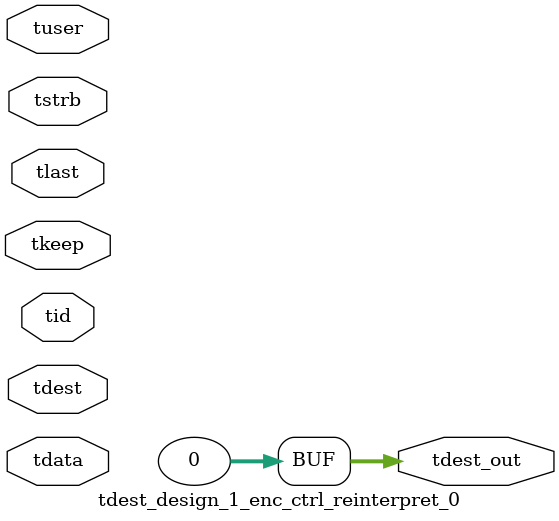
<source format=v>


`timescale 1ps/1ps

module tdest_design_1_enc_ctrl_reinterpret_0 #
(
parameter C_S_AXIS_TDATA_WIDTH = 32,
parameter C_S_AXIS_TUSER_WIDTH = 0,
parameter C_S_AXIS_TID_WIDTH   = 0,
parameter C_S_AXIS_TDEST_WIDTH = 0,
parameter C_M_AXIS_TDEST_WIDTH = 32
)
(
input  [(C_S_AXIS_TDATA_WIDTH == 0 ? 1 : C_S_AXIS_TDATA_WIDTH)-1:0     ] tdata,
input  [(C_S_AXIS_TUSER_WIDTH == 0 ? 1 : C_S_AXIS_TUSER_WIDTH)-1:0     ] tuser,
input  [(C_S_AXIS_TID_WIDTH   == 0 ? 1 : C_S_AXIS_TID_WIDTH)-1:0       ] tid,
input  [(C_S_AXIS_TDEST_WIDTH == 0 ? 1 : C_S_AXIS_TDEST_WIDTH)-1:0     ] tdest,
input  [(C_S_AXIS_TDATA_WIDTH/8)-1:0 ] tkeep,
input  [(C_S_AXIS_TDATA_WIDTH/8)-1:0 ] tstrb,
input                                                                    tlast,
output [C_M_AXIS_TDEST_WIDTH-1:0] tdest_out
);

assign tdest_out = {1'b0};

endmodule


</source>
